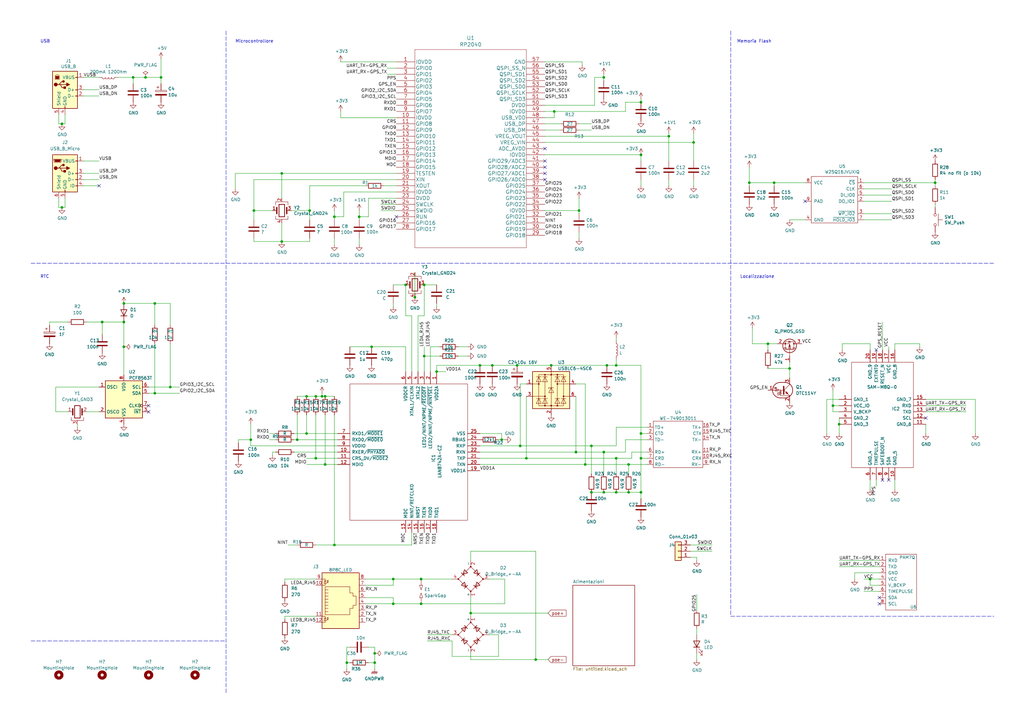
<source format=kicad_sch>
(kicad_sch (version 20211123) (generator eeschema)
  (paper "A3")
  (junction (at 41.91 132.08))
  (junction (at 317.5 74.93))
  (junction (at 63.5 124.46))
  (junction (at 25.4 50.8))
  (junction (at 102.87 180.34))
  (junction (at 66.04 31.75))
  (junction (at 219.71 270.51))
  (junction (at 307.34 74.93))
  (junction (at 115.57 71.12))
  (junction (at 166.37 116.84))
  (junction (at 172.72 247.65))
  (junction (at 137.16 223.52))
  (junction (at 153.67 271.78))
  (junction (at 133.35 190.5))
  (junction (at 262.89 63.5))
  (junction (at 170.18 121.92))
  (junction (at 54.61 31.75))
  (junction (at 129.54 187.96))
  (junction (at 212.09 149.86))
  (junction (at 129.54 162.56))
  (junction (at 215.9 187.96))
  (junction (at 115.57 99.06))
  (junction (at 237.49 86.36))
  (junction (at 196.85 149.86))
  (junction (at 213.36 182.88))
  (junction (at 127 86.36))
  (junction (at 161.29 247.65))
  (junction (at 252.73 187.96))
  (junction (at 242.57 182.88))
  (junction (at 227.33 45.72))
  (junction (at 50.8 124.46))
  (junction (at 173.99 116.84))
  (junction (at 179.07 152.4))
  (junction (at 161.29 237.49))
  (junction (at 252.73 149.86))
  (junction (at 257.81 190.5))
  (junction (at 262.89 41.91))
  (junction (at 323.85 151.13))
  (junction (at 344.17 173.99))
  (junction (at 59.69 31.75))
  (junction (at 50.8 142.24))
  (junction (at 125.73 177.8))
  (junction (at 274.32 55.88))
  (junction (at 201.93 149.86))
  (junction (at 69.85 158.75))
  (junction (at 314.96 140.97))
  (junction (at 247.65 185.42))
  (junction (at 50.8 132.08))
  (junction (at 63.5 161.29))
  (junction (at 125.73 162.56))
  (junction (at 133.35 162.56))
  (junction (at 132.08 162.56))
  (junction (at 153.67 267.97))
  (junction (at 356.87 237.49))
  (junction (at 142.24 271.78))
  (junction (at 341.63 166.37))
  (junction (at 25.4 85.09))
  (junction (at 137.16 88.9))
  (junction (at 121.92 180.34))
  (junction (at 383.54 74.93))
  (junction (at 236.22 185.42))
  (junction (at 226.06 149.86))
  (junction (at 252.73 201.93))
  (junction (at 242.57 201.93))
  (junction (at 257.81 201.93))
  (junction (at 248.92 149.86))
  (junction (at 262.89 187.96))
  (junction (at 173.99 146.05))
  (junction (at 247.65 31.75))
  (junction (at 152.4 142.24))
  (junction (at 205.74 180.34))
  (junction (at 284.48 58.42))
  (junction (at 240.03 190.5))
  (junction (at 147.32 88.9))
  (junction (at 262.89 201.93))
  (junction (at 262.89 177.8))
  (junction (at 172.72 237.49))
  (junction (at 104.14 86.36))
  (junction (at 247.65 201.93))
  (junction (at 193.04 251.46))
  (no_connect (at 223.52 66.04))
  (no_connect (at 223.52 60.96))
  (no_connect (at 40.64 76.2))
  (no_connect (at 330.2 82.55))
  (no_connect (at 359.41 143.51))
  (no_connect (at 361.95 196.85))
  (no_connect (at 364.49 196.85))
  (no_connect (at 379.73 171.45))
  (no_connect (at 162.56 88.9))
  (no_connect (at 223.52 68.58))
  (no_connect (at 223.52 71.12))
  (no_connect (at 223.52 73.66))
  (no_connect (at 360.68 245.11))
  (no_connect (at 360.68 247.65))
  (no_connect (at 60.96 166.37))
  (no_connect (at 60.96 168.91))
  (wire (pts (xy 116.84 238.76) (xy 116.84 237.49)))
  (wire (pts (xy 139.7 45.72) (xy 139.7 48.26)))
  (polyline (pts (xy 12.7 107.95) (xy 407.67 107.95)))
  (wire (pts (xy 252.73 138.43) (xy 252.73 139.7)))
  (wire (pts (xy 262.89 201.93) (xy 262.89 204.47)))
  (wire (pts (xy 257.81 201.93) (xy 262.89 201.93)))
  (wire (pts (xy 344.17 171.45) (xy 344.17 173.99)))
  (wire (pts (xy 344.17 168.91) (xy 341.63 168.91)))
  (wire (pts (xy 367.03 143.51) (xy 367.03 140.97)))
  (wire (pts (xy 196.85 190.5) (xy 240.03 190.5)))
  (wire (pts (xy 140.97 88.9) (xy 137.16 88.9)))
  (wire (pts (xy 193.04 226.06) (xy 219.71 226.06)))
  (wire (pts (xy 257.81 190.5) (xy 257.81 194.31)))
  (wire (pts (xy 127 76.2) (xy 127 86.36)))
  (wire (pts (xy 223.52 25.4) (xy 238.76 25.4)))
  (wire (pts (xy 356.87 240.03) (xy 356.87 237.49)))
  (wire (pts (xy 256.54 41.91) (xy 256.54 45.72)))
  (wire (pts (xy 161.29 247.65) (xy 161.29 245.11)))
  (wire (pts (xy 252.73 201.93) (xy 257.81 201.93)))
  (wire (pts (xy 236.22 157.48) (xy 240.03 157.48)))
  (wire (pts (xy 330.2 74.93) (xy 317.5 74.93)))
  (wire (pts (xy 240.03 157.48) (xy 240.03 190.5)))
  (wire (pts (xy 354.33 237.49) (xy 356.87 237.49)))
  (wire (pts (xy 54.61 31.75) (xy 59.69 31.75)))
  (wire (pts (xy 162.56 71.12) (xy 115.57 71.12)))
  (wire (pts (xy 34.29 76.2) (xy 40.64 76.2)))
  (wire (pts (xy 104.14 86.36) (xy 111.76 86.36)))
  (wire (pts (xy 247.65 185.42) (xy 256.54 185.42)))
  (wire (pts (xy 34.29 31.75) (xy 40.64 31.75)))
  (wire (pts (xy 24.13 81.28) (xy 24.13 85.09)))
  (wire (pts (xy 354.33 90.17) (xy 365.76 90.17)))
  (wire (pts (xy 162.56 30.48) (xy 158.75 30.48)))
  (wire (pts (xy 20.32 132.08) (xy 20.32 133.35)))
  (wire (pts (xy 120.65 185.42) (xy 138.43 185.42)))
  (wire (pts (xy 166.37 116.84) (xy 161.29 116.84)))
  (wire (pts (xy 330.2 90.17) (xy 323.85 90.17)))
  (wire (pts (xy 133.35 170.18) (xy 133.35 190.5)))
  (wire (pts (xy 200.66 237.49) (xy 207.01 237.49)))
  (wire (pts (xy 262.89 41.91) (xy 262.89 40.64)))
  (wire (pts (xy 223.52 53.34) (xy 229.87 53.34)))
  (wire (pts (xy 223.52 55.88) (xy 274.32 55.88)))
  (wire (pts (xy 127 86.36) (xy 127 90.17)))
  (wire (pts (xy 247.65 185.42) (xy 247.65 194.31)))
  (wire (pts (xy 317.5 74.93) (xy 307.34 74.93)))
  (wire (pts (xy 96.52 71.12) (xy 96.52 77.47)))
  (wire (pts (xy 59.69 31.75) (xy 66.04 31.75)))
  (wire (pts (xy 193.04 229.87) (xy 193.04 226.06)))
  (wire (pts (xy 121.92 162.56) (xy 125.73 162.56)))
  (wire (pts (xy 132.08 162.56) (xy 133.35 162.56)))
  (wire (pts (xy 41.91 132.08) (xy 50.8 132.08)))
  (wire (pts (xy 237.49 97.79) (xy 237.49 95.25)))
  (wire (pts (xy 307.34 68.58) (xy 307.34 74.93)))
  (wire (pts (xy 40.64 39.37) (xy 34.29 39.37)))
  (wire (pts (xy 360.68 242.57) (xy 354.33 242.57)))
  (wire (pts (xy 284.48 76.2) (xy 284.48 73.66)))
  (wire (pts (xy 193.04 267.97) (xy 193.04 270.51)))
  (wire (pts (xy 314.96 151.13) (xy 323.85 151.13)))
  (wire (pts (xy 205.74 180.34) (xy 207.01 180.34)))
  (wire (pts (xy 137.16 88.9) (xy 137.16 90.17)))
  (wire (pts (xy 400.05 163.83) (xy 400.05 177.8)))
  (wire (pts (xy 151.13 271.78) (xy 153.67 271.78)))
  (wire (pts (xy 129.54 162.56) (xy 132.08 162.56)))
  (wire (pts (xy 34.29 66.04) (xy 40.64 66.04)))
  (wire (pts (xy 173.99 116.84) (xy 179.07 116.84)))
  (wire (pts (xy 383.54 73.66) (xy 383.54 74.93)))
  (wire (pts (xy 119.38 86.36) (xy 127 86.36)))
  (wire (pts (xy 125.73 187.96) (xy 129.54 187.96)))
  (wire (pts (xy 274.32 54.61) (xy 274.32 55.88)))
  (wire (pts (xy 161.29 125.73) (xy 161.29 124.46)))
  (wire (pts (xy 31.75 175.26) (xy 31.75 173.99)))
  (wire (pts (xy 360.68 232.41) (xy 344.17 232.41)))
  (wire (pts (xy 367.03 140.97) (xy 377.19 140.97)))
  (wire (pts (xy 140.97 78.74) (xy 162.56 78.74)))
  (wire (pts (xy 151.13 265.43) (xy 153.67 265.43)))
  (wire (pts (xy 66.04 31.75) (xy 66.04 34.29)))
  (wire (pts (xy 193.04 251.46) (xy 224.79 251.46)))
  (wire (pts (xy 168.91 152.4) (xy 168.91 129.54)))
  (wire (pts (xy 175.26 262.89) (xy 185.42 262.89)))
  (wire (pts (xy 142.24 271.78) (xy 142.24 274.32)))
  (wire (pts (xy 173.99 142.24) (xy 173.99 146.05)))
  (wire (pts (xy 179.07 125.73) (xy 179.07 124.46)))
  (wire (pts (xy 383.54 83.82) (xy 383.54 85.09)))
  (wire (pts (xy 360.68 234.95) (xy 350.52 234.95)))
  (wire (pts (xy 339.09 163.83) (xy 339.09 177.8)))
  (wire (pts (xy 196.85 182.88) (xy 213.36 182.88)))
  (wire (pts (xy 137.16 223.52) (xy 168.91 223.52)))
  (wire (pts (xy 149.86 240.03) (xy 161.29 240.03)))
  (wire (pts (xy 121.92 170.18) (xy 121.92 180.34)))
  (wire (pts (xy 379.73 173.99) (xy 379.73 177.8)))
  (wire (pts (xy 142.24 265.43) (xy 142.24 271.78)))
  (wire (pts (xy 285.75 270.51) (xy 285.75 267.97)))
  (wire (pts (xy 226.06 149.86) (xy 248.92 149.86)))
  (wire (pts (xy 256.54 185.42) (xy 256.54 180.34)))
  (wire (pts (xy 257.81 190.5) (xy 265.43 190.5)))
  (wire (pts (xy 104.14 86.36) (xy 104.14 90.17)))
  (wire (pts (xy 215.9 187.96) (xy 252.73 187.96)))
  (wire (pts (xy 172.72 247.65) (xy 207.01 247.65)))
  (wire (pts (xy 238.76 25.4) (xy 238.76 26.67)))
  (wire (pts (xy 22.86 168.91) (xy 27.94 168.91)))
  (wire (pts (xy 354.33 80.01) (xy 365.76 80.01)))
  (polyline (pts (xy 92.71 12.7) (xy 92.71 284.48)))
  (wire (pts (xy 129.54 223.52) (xy 137.16 223.52)))
  (wire (pts (xy 157.48 76.2) (xy 162.56 76.2)))
  (wire (pts (xy 151.13 81.28) (xy 162.56 81.28)))
  (wire (pts (xy 151.13 81.28) (xy 151.13 88.9)))
  (wire (pts (xy 168.91 223.52) (xy 168.91 218.44)))
  (wire (pts (xy 354.33 82.55) (xy 365.76 82.55)))
  (wire (pts (xy 285.75 229.87) (xy 285.75 228.6)))
  (wire (pts (xy 63.5 124.46) (xy 63.5 133.35)))
  (wire (pts (xy 262.89 149.86) (xy 252.73 149.86)))
  (wire (pts (xy 35.56 168.91) (xy 40.64 168.91)))
  (wire (pts (xy 360.68 229.87) (xy 344.17 229.87)))
  (wire (pts (xy 171.45 129.54) (xy 171.45 152.4)))
  (wire (pts (xy 240.03 190.5) (xy 257.81 190.5)))
  (wire (pts (xy 161.29 245.11) (xy 149.86 245.11)))
  (wire (pts (xy 147.32 97.79) (xy 147.32 100.33)))
  (wire (pts (xy 196.85 185.42) (xy 236.22 185.42)))
  (polyline (pts (xy 299.72 252.73) (xy 407.67 252.73)))
  (wire (pts (xy 173.99 146.05) (xy 180.34 146.05)))
  (wire (pts (xy 262.89 63.5) (xy 262.89 66.04)))
  (wire (pts (xy 115.57 71.12) (xy 115.57 81.28)))
  (wire (pts (xy 247.65 31.75) (xy 247.65 30.48)))
  (wire (pts (xy 26.67 85.09) (xy 25.4 85.09)))
  (wire (pts (xy 171.45 129.54) (xy 173.99 129.54)))
  (wire (pts (xy 172.72 237.49) (xy 185.42 237.49)))
  (wire (pts (xy 356.87 196.85) (xy 356.87 200.66)))
  (wire (pts (xy 367.03 196.85) (xy 367.03 200.66)))
  (wire (pts (xy 227.33 45.72) (xy 256.54 45.72)))
  (wire (pts (xy 132.08 162.56) (xy 132.08 161.29)))
  (wire (pts (xy 161.29 237.49) (xy 172.72 237.49)))
  (wire (pts (xy 307.34 74.93) (xy 307.34 76.2)))
  (wire (pts (xy 127 76.2) (xy 149.86 76.2)))
  (wire (pts (xy 262.89 177.8) (xy 265.43 177.8)))
  (wire (pts (xy 262.89 76.2) (xy 262.89 73.66)))
  (wire (pts (xy 247.65 33.02) (xy 247.65 31.75)))
  (wire (pts (xy 243.84 43.18) (xy 243.84 31.75)))
  (wire (pts (xy 69.85 140.97) (xy 69.85 158.75)))
  (wire (pts (xy 215.9 162.56) (xy 215.9 187.96)))
  (wire (pts (xy 34.29 71.12) (xy 40.64 71.12)))
  (wire (pts (xy 377.19 140.97) (xy 377.19 142.24)))
  (wire (pts (xy 153.67 267.97) (xy 153.67 271.78)))
  (wire (pts (xy 354.33 87.63) (xy 365.76 87.63)))
  (wire (pts (xy 196.85 177.8) (xy 205.74 177.8)))
  (wire (pts (xy 153.67 271.78) (xy 153.67 274.32)))
  (wire (pts (xy 236.22 185.42) (xy 247.65 185.42)))
  (wire (pts (xy 22.86 158.75) (xy 22.86 168.91)))
  (wire (pts (xy 259.08 187.96) (xy 259.08 185.42)))
  (wire (pts (xy 168.91 129.54) (xy 166.37 129.54)))
  (wire (pts (xy 173.99 146.05) (xy 173.99 152.4)))
  (wire (pts (xy 113.03 185.42) (xy 111.76 185.42)))
  (wire (pts (xy 383.54 74.93) (xy 383.54 76.2)))
  (wire (pts (xy 162.56 86.36) (xy 156.21 86.36)))
  (wire (pts (xy 24.13 50.8) (xy 25.4 50.8)))
  (wire (pts (xy 360.68 240.03) (xy 356.87 240.03)))
  (wire (pts (xy 227.33 45.72) (xy 227.33 48.26)))
  (wire (pts (xy 137.16 97.79) (xy 137.16 100.33)))
  (wire (pts (xy 133.35 162.56) (xy 137.16 162.56)))
  (wire (pts (xy 162.56 48.26) (xy 139.7 48.26)))
  (wire (pts (xy 69.85 158.75) (xy 73.66 158.75)))
  (wire (pts (xy 104.14 97.79) (xy 104.14 99.06)))
  (wire (pts (xy 252.73 175.26) (xy 252.73 182.88)))
  (wire (pts (xy 285.75 228.6) (xy 283.21 228.6)))
  (wire (pts (xy 25.4 50.8) (xy 26.67 50.8)))
  (wire (pts (xy 110.49 177.8) (xy 113.03 177.8)))
  (wire (pts (xy 187.96 142.24) (xy 191.77 142.24)))
  (wire (pts (xy 149.86 247.65) (xy 161.29 247.65)))
  (wire (pts (xy 125.73 190.5) (xy 133.35 190.5)))
  (wire (pts (xy 213.36 182.88) (xy 242.57 182.88)))
  (wire (pts (xy 102.87 180.34) (xy 97.79 180.34)))
  (wire (pts (xy 350.52 234.95) (xy 350.52 237.49)))
  (wire (pts (xy 262.89 187.96) (xy 262.89 201.93)))
  (wire (pts (xy 212.09 149.86) (xy 226.06 149.86)))
  (wire (pts (xy 223.52 43.18) (xy 243.84 43.18)))
  (wire (pts (xy 125.73 170.18) (xy 125.73 177.8)))
  (wire (pts (xy 40.64 36.83) (xy 34.29 36.83)))
  (wire (pts (xy 285.75 257.81) (xy 285.75 260.35)))
  (wire (pts (xy 204.47 269.24) (xy 185.42 269.24)))
  (wire (pts (xy 252.73 187.96) (xy 259.08 187.96)))
  (wire (pts (xy 50.8 142.24) (xy 50.8 153.67)))
  (wire (pts (xy 152.4 142.24) (xy 143.51 142.24)))
  (wire (pts (xy 344.17 166.37) (xy 341.63 166.37)))
  (wire (pts (xy 274.32 73.66) (xy 274.32 76.2)))
  (wire (pts (xy 242.57 182.88) (xy 252.73 182.88)))
  (wire (pts (xy 356.87 140.97) (xy 345.44 140.97)))
  (wire (pts (xy 237.49 87.63) (xy 237.49 86.36)))
  (wire (pts (xy 196.85 187.96) (xy 215.9 187.96)))
  (wire (pts (xy 242.57 53.34) (xy 237.49 53.34)))
  (wire (pts (xy 111.76 185.42) (xy 111.76 186.69)))
  (wire (pts (xy 166.37 152.4) (xy 166.37 142.24)))
  (wire (pts (xy 361.95 132.08) (xy 361.95 143.51)))
  (wire (pts (xy 102.87 182.88) (xy 102.87 180.34)))
  (wire (pts (xy 125.73 177.8) (xy 138.43 177.8)))
  (wire (pts (xy 60.96 161.29) (xy 63.5 161.29)))
  (wire (pts (xy 204.47 260.35) (xy 204.47 269.24)))
  (wire (pts (xy 242.57 201.93) (xy 247.65 201.93)))
  (wire (pts (xy 364.49 142.24) (xy 364.49 143.51)))
  (wire (pts (xy 223.52 48.26) (xy 227.33 48.26)))
  (wire (pts (xy 104.14 86.36) (xy 104.14 73.66)))
  (wire (pts (xy 193.04 245.11) (xy 193.04 251.46)))
  (wire (pts (xy 356.87 237.49) (xy 360.68 237.49)))
  (wire (pts (xy 152.4 142.24) (xy 166.37 142.24)))
  (wire (pts (xy 104.14 73.66) (xy 162.56 73.66)))
  (wire (pts (xy 284.48 54.61) (xy 284.48 58.42)))
  (wire (pts (xy 308.61 140.97) (xy 314.96 140.97)))
  (wire (pts (xy 227.33 45.72) (xy 223.52 45.72)))
  (wire (pts (xy 354.33 77.47) (xy 365.76 77.47)))
  (wire (pts (xy 166.37 116.84) (xy 166.37 129.54)))
  (wire (pts (xy 213.36 157.48) (xy 213.36 182.88)))
  (wire (pts (xy 354.33 74.93) (xy 383.54 74.93)))
  (wire (pts (xy 308.61 134.62) (xy 308.61 140.97)))
  (wire (pts (xy 204.47 180.34) (xy 205.74 180.34)))
  (wire (pts (xy 219.71 226.06) (xy 219.71 270.51)))
  (wire (pts (xy 219.71 270.51) (xy 224.79 270.51)))
  (wire (pts (xy 256.54 41.91) (xy 262.89 41.91)))
  (wire (pts (xy 344.17 173.99) (xy 344.17 177.8)))
  (wire (pts (xy 243.84 31.75) (xy 247.65 31.75)))
  (wire (pts (xy 179.07 152.4) (xy 182.88 152.4)))
  (wire (pts (xy 116.84 237.49) (xy 129.54 237.49)))
  (wire (pts (xy 161.29 247.65) (xy 172.72 247.65)))
  (wire (pts (xy 142.24 271.78) (xy 143.51 271.78)))
  (wire (pts (xy 147.32 86.36) (xy 147.32 88.9)))
  (wire (pts (xy 200.66 260.35) (xy 204.47 260.35)))
  (wire (pts (xy 193.04 251.46) (xy 193.04 252.73)))
  (wire (pts (xy 193.04 270.51) (xy 219.71 270.51)))
  (wire (pts (xy 317.5 74.93) (xy 317.5 76.2)))
  (wire (pts (xy 341.63 166.37) (xy 341.63 160.02)))
  (wire (pts (xy 66.04 31.75) (xy 66.04 24.13)))
  (wire (pts (xy 153.67 265.43) (xy 153.67 267.97)))
  (wire (pts (xy 339.09 163.83) (xy 344.17 163.83)))
  (wire (pts (xy 24.13 85.09) (xy 25.4 85.09)))
  (wire (pts (xy 149.86 237.49) (xy 161.29 237.49)))
  (wire (pts (xy 379.73 163.83) (xy 400.05 163.83)))
  (wire (pts (xy 170.18 111.76) (xy 170.18 121.92)))
  (wire (pts (xy 127 99.06) (xy 127 97.79)))
  (wire (pts (xy 50.8 132.08) (xy 50.8 142.24)))
  (wire (pts (xy 201.93 149.86) (xy 212.09 149.86)))
  (wire (pts (xy 341.63 168.91) (xy 341.63 166.37)))
  (wire (pts (xy 129.54 170.18) (xy 129.54 187.96)))
  (wire (pts (xy 283.21 223.52) (xy 292.1 223.52)))
  (wire (pts (xy 115.57 91.44) (xy 115.57 99.06)))
  (wire (pts (xy 283.21 226.06) (xy 292.1 226.06)))
  (wire (pts (xy 139.7 25.4) (xy 162.56 25.4)))
  (wire (pts (xy 120.65 180.34) (xy 121.92 180.34)))
  (wire (pts (xy 359.41 199.39) (xy 359.41 196.85)))
  (wire (pts (xy 110.49 180.34) (xy 113.03 180.34)))
  (wire (pts (xy 345.44 140.97) (xy 345.44 143.51)))
  (wire (pts (xy 176.53 142.24) (xy 180.34 142.24)))
  (wire (pts (xy 179.07 152.4) (xy 179.07 149.86)))
  (wire (pts (xy 20.32 132.08) (xy 27.94 132.08)))
  (wire (pts (xy 223.52 58.42) (xy 284.48 58.42)))
  (wire (pts (xy 40.64 73.66) (xy 34.29 73.66)))
  (wire (pts (xy 185.42 269.24) (xy 185.42 262.89)))
  (wire (pts (xy 314.96 140.97) (xy 318.77 140.97)))
  (wire (pts (xy 118.11 223.52) (xy 121.92 223.52)))
  (wire (pts (xy 97.79 180.34) (xy 97.79 181.61)))
  (wire (pts (xy 115.57 99.06) (xy 127 99.06)))
  (wire (pts (xy 48.26 31.75) (xy 54.61 31.75)))
  (wire (pts (xy 205.74 180.34) (xy 205.74 177.8)))
  (wire (pts (xy 323.85 148.59) (xy 323.85 151.13)))
  (wire (pts (xy 176.53 142.24) (xy 176.53 152.4)))
  (wire (pts (xy 256.54 180.34) (xy 265.43 180.34)))
  (wire (pts (xy 161.29 240.03) (xy 161.29 237.49)))
  (wire (pts (xy 147.32 88.9) (xy 151.13 88.9)))
  (wire (pts (xy 237.49 50.8) (xy 242.57 50.8)))
  (wire (pts (xy 323.85 151.13) (xy 323.85 154.94)))
  (polyline (pts (xy 299.72 12.7) (xy 299.72 252.73)))
  (wire (pts (xy 379.73 166.37) (xy 396.24 166.37)))
  (wire (pts (xy 248.92 149.86) (xy 252.73 149.86)))
  (wire (pts (xy 121.92 180.34) (xy 138.43 180.34)))
  (wire (pts (xy 116.84 252.73) (xy 129.54 252.73)))
  (wire (pts (xy 54.61 31.75) (xy 54.61 34.29)))
  (wire (pts (xy 207.01 237.49) (xy 207.01 247.65)))
  (wire (pts (xy 262.89 177.8) (xy 262.89 149.86)))
  (wire (pts (xy 138.43 182.88) (xy 102.87 182.88)))
  (polyline (pts (xy 12.7 262.89) (xy 92.71 262.89)))
  (wire (pts (xy 162.56 27.94) (xy 158.75 27.94)))
  (wire (pts (xy 41.91 132.08) (xy 41.91 137.16)))
  (wire (pts (xy 236.22 162.56) (xy 236.22 185.42)))
  (wire (pts (xy 179.07 149.86) (xy 196.85 149.86)))
  (wire (pts (xy 26.67 50.8) (xy 26.67 46.99)))
  (wire (pts (xy 69.85 124.46) (xy 63.5 124.46)))
  (wire (pts (xy 223.52 63.5) (xy 262.89 63.5)))
  (wire (pts (xy 252.73 187.96) (xy 252.73 194.31)))
  (wire (pts (xy 26.67 81.28) (xy 26.67 85.09)))
  (wire (pts (xy 215.9 157.48) (xy 213.36 157.48)))
  (wire (pts (xy 173.99 116.84) (xy 173.99 129.54)))
  (wire (pts (xy 137.16 170.18) (xy 137.16 223.52)))
  (wire (pts (xy 262.89 187.96) (xy 265.43 187.96)))
  (wire (pts (xy 102.87 180.34) (xy 102.87 173.99)))
  (wire (pts (xy 265.43 175.26) (xy 252.73 175.26)))
  (wire (pts (xy 274.32 66.04) (xy 274.32 55.88)))
  (wire (pts (xy 129.54 187.96) (xy 138.43 187.96)))
  (wire (pts (xy 356.87 143.51) (xy 356.87 140.97)))
  (wire (pts (xy 120.65 177.8) (xy 125.73 177.8)))
  (wire (pts (xy 137.16 86.36) (xy 137.16 88.9)))
  (wire (pts (xy 223.52 86.36) (xy 237.49 86.36)))
  (wire (pts (xy 259.08 185.42) (xy 265.43 185.42)))
  (wire (pts (xy 147.32 88.9) (xy 147.32 90.17)))
  (wire (pts (xy 35.56 132.08) (xy 41.91 132.08)))
  (wire (pts (xy 162.56 83.82) (xy 156.21 83.82)))
  (wire (pts (xy 237.49 86.36) (xy 237.49 81.28)))
  (wire (pts (xy 285.75 250.19) (xy 285.75 243.84)))
  (wire (pts (xy 60.96 158.75) (xy 69.85 158.75)))
  (wire (pts (xy 63.5 140.97) (xy 63.5 161.29)))
  (wire (pts (xy 24.13 46.99) (xy 24.13 50.8)))
  (wire (pts (xy 187.96 146.05) (xy 191.77 146.05)))
  (wire (pts (xy 247.65 201.93) (xy 252.73 201.93)))
  (wire (pts (xy 175.26 260.35) (xy 185.42 260.35)))
  (wire (pts (xy 262.89 177.8) (xy 262.89 187.96)))
  (wire (pts (xy 314.96 140.97) (xy 314.96 143.51)))
  (wire (pts (xy 125.73 162.56) (xy 129.54 162.56)))
  (wire (pts (xy 140.97 78.74) (xy 140.97 88.9)))
  (wire (pts (xy 242.57 182.88) (xy 242.57 194.31)))
  (wire (pts (xy 50.8 124.46) (xy 63.5 124.46)))
  (wire (pts (xy 115.57 71.12) (xy 96.52 71.12)))
  (wire (pts (xy 143.51 265.43) (xy 142.24 265.43)))
  (wire (pts (xy 284.48 58.42) (xy 284.48 66.04)))
  (wire (pts (xy 69.85 133.35) (xy 69.85 124.46)))
  (wire (pts (xy 252.73 147.32) (xy 252.73 149.86)))
  (wire (pts (xy 196.85 149.86) (xy 201.93 149.86)))
  (wire (pts (xy 116.84 254) (xy 116.84 252.73)))
  (wire (pts (xy 229.87 50.8) (xy 223.52 50.8)))
  (wire (pts (xy 63.5 161.29) (xy 73.66 161.29)))
  (wire (pts (xy 133.35 190.5) (xy 138.43 190.5)))
  (wire (pts (xy 104.14 99.06) (xy 115.57 99.06)))
  (wire (pts (xy 379.73 168.91) (xy 396.24 168.91)))
  (wire (pts (xy 40.64 158.75) (xy 22.86 158.75)))
  (text "Memoria Flash" (at 302.26 17.78 0) (effects (font (size 1.27 1.27)) (justify left bottom)))
  (text "USB" (at 16.51 17.78 0) (effects (font (size 1.27 1.27)) (justify left bottom)))
  (text "RTC" (at 16.51 114.3 0) (effects (font (size 1.27 1.27)) (justify left bottom)))
  (text "Localizzazione" (at 303.53 114.3 0) (effects (font (size 1.27 1.27)) (justify left bottom)))
  (text "Microcontrollore\n" (at 96.52 17.78 0) (effects (font (size 1.27 1.27)) (justify left bottom)))
  (label "RJ45_TXC" (at 290.83 177.8 0))
  (label "RXDO" (at 162.56 43.18 180))
  (label "NRST" (at 171.45 218.44 270))
  (label "SWDIO" (at 292.1 223.52 180))
  (label "MDIO" (at 162.56 66.04 180))
  (label "GPIO25" (at 285.75 243.84 270))
  (label "GPIO9" (at 162.56 53.34 180))
  (label "NINT" (at 223.52 91.44 0))
  (label "GPIO13" (at 162.56 63.5 180))
  (label "LEDB_RJ45" (at 129.54 255.27 180))
  (label "MDIO" (at 125.73 190.5 180))
  (label "UART_TX-GPS_RX" (at 344.17 229.87 0))
  (label "PPS" (at 359.41 199.39 270))
  (label "TX_N" (at 290.83 180.34 0))
  (label "CRS" (at 125.73 187.96 180))
  (label "TXD1" (at 179.07 218.44 270))
  (label "USB_DN" (at 40.64 73.66 0))
  (label "RJ45_RXC" (at 290.83 187.96 0))
  (label "QSPI_SD0" (at 365.76 80.01 0))
  (label "RJ45_RXC" (at 175.26 262.89 0))
  (label "VCC" (at 364.49 142.24 90))
  (label "QSPI_SD1" (at 223.52 30.48 0))
  (label "LEDA_RJ45" (at 129.54 240.03 180))
  (label "QSPI_SCLK" (at 365.76 77.47 0))
  (label "GPIO18" (at 223.52 96.52 0))
  (label "GPS_RESET" (at 361.95 132.08 270))
  (label "VUSB" (at 34.29 31.75 0))
  (label "RXD1" (at 162.56 45.72 180))
  (label "RXD1" (at 110.49 177.8 180))
  (label "RX_N" (at 290.83 190.5 0))
  (label "SWCLK" (at 156.21 83.82 0))
  (label "VUSB" (at 40.64 66.04 0))
  (label "GPIO24" (at 223.52 78.74 0))
  (label "RX_P" (at 290.83 185.42 0))
  (label "USB_DP" (at 242.57 50.8 0))
  (label "UART_RX-GPS_TX" (at 396.24 168.91 180))
  (label "RX_P" (at 149.86 250.19 0))
  (label "GPIO2_I2C_SDA" (at 73.66 161.29 0))
  (label "TX_P" (at 149.86 255.27 0))
  (label "QSPI_SD1" (at 365.76 82.55 0))
  (label "GPIO3_I2C_SCL" (at 162.56 40.64 180))
  (label "SWCLK" (at 292.1 226.06 180))
  (label "QSPI_SD3" (at 365.76 90.17 0))
  (label "RXDO" (at 110.49 180.34 180))
  (label "USB_DP" (at 40.64 71.12 0))
  (label "GPIO16" (at 162.56 91.44 180))
  (label "USB_DP" (at 40.64 36.83 0))
  (label "VCC" (at 354.33 237.49 0))
  (label "UART_RX-GPS_TX" (at 158.75 30.48 180))
  (label "RJ45_TXC" (at 175.26 260.35 0))
  (label "SWDIO" (at 156.21 86.36 0))
  (label "PPS" (at 162.56 33.02 180))
  (label "QSPI_SS" (at 365.76 74.93 0))
  (label "GPIO2_I2C_SDA" (at 162.56 38.1 180))
  (label "GPIO21" (at 223.52 88.9 0))
  (label "TXD1" (at 162.56 58.42 180))
  (label "GPS_EN" (at 162.56 35.56 180))
  (label "QSPI_SD2" (at 365.76 87.63 0))
  (label "GPIO17" (at 162.56 93.98 180))
  (label "QSPI_SD0" (at 223.52 35.56 0))
  (label "QSPI_SD2" (at 223.52 33.02 0))
  (label "MDC" (at 162.56 68.58 180))
  (label "VCC" (at 328.93 140.97 0))
  (label "GPIO23" (at 223.52 81.28 0))
  (label "GPIO22" (at 223.52 83.82 0))
  (label "MDC" (at 166.37 218.44 270))
  (label "VDD1A" (at 182.88 152.4 0))
  (label "TX_P" (at 290.83 175.26 0))
  (label "TX_N" (at 149.86 252.73 0))
  (label "GPIO25" (at 223.52 76.2 0))
  (label "QSPI_SCLK" (at 223.52 38.1 0))
  (label "TXEN" (at 162.56 60.96 180))
  (label "VDD1A" (at 196.85 193.04 0))
  (label "NINT" (at 118.11 223.52 180))
  (label "TXD0" (at 162.56 55.88 180))
  (label "UART_RX-GPS_TX" (at 344.17 232.41 0))
  (label "QSPI_SD3" (at 223.52 40.64 0))
  (label "LEDB_RJ45" (at 176.53 142.24 90))
  (label "CRS" (at 162.56 50.8 180))
  (label "GPS_EN" (at 314.96 160.02 180))
  (label "RX_N" (at 149.86 242.57 0))
  (label "TXD0" (at 176.53 218.44 270))
  (label "GPIO19" (at 223.52 93.98 0))
  (label "LEDA_RJ45" (at 173.99 142.24 90))
  (label "USB_DN" (at 40.64 39.37 0))
  (label "QSPI_SS" (at 223.52 27.94 0))
  (label "USB_DN" (at 242.57 53.34 0))
  (label "GPIO3_I2C_SCL" (at 73.66 158.75 0))
  (label "PPS" (at 354.33 242.57 0))
  (label "TXEN" (at 173.99 218.44 270))
  (label "UART_TX-GPS_RX" (at 158.75 27.94 180))
  (label "UART_TX-GPS_RX" (at 396.24 166.37 180))
  (global_label "poe+" (shape input) (at 224.79 251.46 0) (property "Intersheet References" "${INTERSHEET_REFS}" (effects hide)))
  (global_label "poe-" (shape input) (at 224.79 270.51 0) (property "Intersheet References" "${INTERSHEET_REFS}" (effects hide)))
  (symbol (lib_id "RP2040:RP2040") (at 162.56 25.4 0) (unit 1)
    (property "Reference" "U1" (at 193.04 15.5702 0) (effects (font (size 1.524 1.524))))
    (property "Value" "RP2040" (at 193.04 18.2626 0) (effects (font (size 1.524 1.524))))
    (property "Footprint" "RP2040:RP2040" (effects hide))
  )
  (symbol (lib_id "power:GND") (at 96.52 77.47 0) (unit 1)
    (property "Reference" "#PWR0101" (effects hide))
    (property "Value" "GND" (at 96.647 81.8642 0))
  )
  (symbol (lib_id "Connector:USB_B") (at 26.67 36.83 0) (unit 1)
    (property "Reference" "J1" (at 28.1178 24.9682 0))
    (property "Value" "USB_B" (at 28.1178 27.2796 0))
    (property "Datasheet" " ~" (effects hide))
  )
  (symbol (lib_id "power:GND") (at 25.4 50.8 0) (unit 1)
    (property "Reference" "#PWR0107" (effects hide))
    (property "Value" "GND" (at 25.527 55.1942 0))
  )
  (symbol (lib_id "Device:L") (at 44.45 31.75 270) (unit 1)
    (property "Reference" "L1" (at 44.45 27.1526 90))
    (property "Value" "200mA 120Ohm" (at 44.45 29.464 90))
  )
  (symbol (lib_id "Device:C") (at 54.61 38.1 0) (unit 1)
    (property "Reference" "C3" (at 57.531 36.9316 0) (effects (justify left)))
    (property "Value" "100n" (at 57.531 39.243 0) (effects (justify left)))
  )
  (symbol (lib_id "power:+5V") (at 66.04 24.13 0) (unit 1)
    (property "Reference" "#PWR0108" (effects hide))
    (property "Value" "+5V" (at 66.421 19.7358 0))
  )
  (symbol (lib_id "power:GND") (at 54.61 41.91 0) (unit 1)
    (property "Reference" "#PWR0109" (effects hide))
    (property "Value" "GND" (at 54.737 46.3042 0))
  )
  (symbol (lib_id "power:GND") (at 66.04 41.91 0) (unit 1)
    (property "Reference" "#PWR0110" (effects hide))
    (property "Value" "GND" (at 66.167 46.3042 0))
  )
  (symbol (lib_id "Device:C") (at 104.14 93.98 0) (unit 1)
    (property "Reference" "C2" (at 107.061 92.8116 0) (effects (justify left)))
    (property "Value" "?" (at 107.061 95.123 0) (effects (justify left)))
  )
  (symbol (lib_id "Device:C") (at 127 93.98 0) (unit 1)
    (property "Reference" "C5" (at 129.921 92.8116 0) (effects (justify left)))
    (property "Value" "?" (at 129.921 95.123 0) (effects (justify left)))
  )
  (symbol (lib_id "power:GND") (at 115.57 99.06 0) (unit 1)
    (property "Reference" "#PWR0106" (effects hide))
    (property "Value" "GND" (at 115.697 103.4542 0))
  )
  (symbol (lib_id "Device:R") (at 153.67 76.2 270) (unit 1)
    (property "Reference" "R1" (at 149.86 74.93 90))
    (property "Value" "1k" (at 153.67 76.2 90))
  )
  (symbol (lib_id "power:GND") (at 25.4 85.09 0) (unit 1)
    (property "Reference" "#PWR0111" (effects hide))
    (property "Value" "GND" (at 25.527 89.4842 0))
  )
  (symbol (lib_id "SAM-M8Q-0:SAM-M8Q-0") (at 344.17 163.83 0) (unit 1)
    (property "Reference" "IC2" (at 365.76 167.64 0) (effects (justify left)))
    (property "Value" "SAM-M8Q-0" (at 355.6 158.75 0) (effects (justify left)))
    (property "Footprint" "SAMM8Q0" (effects hide))
    (property "Datasheet" "https://www.u-blox.com/sites/default/files/SAM-M8Q_DataSheet_%28UBX-16012619%29.pdf" (effects hide))
    (property "Description" "SAM-M8Q RF Receiver Galileo, GLONASS, GPS 1.575GHz, 1.602GHz -165dBm 400kbps" (effects hide))
    (property "Height" "6.8" (effects hide))
    (property "Manufacturer_Name" "U-Blox" (effects hide))
    (property "Manufacturer_Part_Number" "SAM-M8Q-0" (effects hide))
    (property "Mouser Part Number" "377-SAM-M8Q-0" (effects hide))
    (property "Mouser Price/Stock" "https://www.mouser.co.uk/ProductDetail/u-blox/SAM-M8Q-0?qs=CiayqK2gdcLaPdm%2FncwuKw%3D%3D" (effects hide))
  )
  (symbol (lib_id "Device:C") (at 317.5 80.01 0) (unit 1)
    (property "Reference" "C15" (at 320.421 78.8416 0) (effects (justify left)))
    (property "Value" "100n" (at 320.421 81.153 0) (effects (justify left)))
  )
  (symbol (lib_id "Device:C") (at 307.34 80.01 0) (unit 1)
    (property "Reference" "C18" (at 310.261 78.8416 0) (effects (justify left)))
    (property "Value" "2u2" (at 310.261 81.153 0) (effects (justify left)))
  )
  (symbol (lib_id "PSE_RP2040-rescue:W25Q16JVUXIQ-Flash_memory") (at 341.63 81.28 0) (unit 1)
    (property "Reference" "U5" (at 345.44 68.199 0))
    (property "Value" "W25Q16JVUXIQ" (at 345.44 70.5104 0))
  )
  (symbol (lib_id "power:+3.3V") (at 307.34 68.58 0) (unit 1)
    (property "Reference" "#PWR0142" (effects hide))
    (property "Value" "+3.3V" (at 307.721 64.1858 0))
  )
  (symbol (lib_id "power:GND") (at 307.34 83.82 0) (unit 1)
    (property "Reference" "#PWR0134" (effects hide))
    (property "Value" "GND" (at 307.467 88.2142 0))
  )
  (symbol (lib_id "power:GND") (at 317.5 83.82 0) (unit 1)
    (property "Reference" "#PWR0125" (effects hide))
    (property "Value" "GND" (at 317.627 88.2142 0))
  )
  (symbol (lib_id "power:GND") (at 323.85 90.17 0) (unit 1)
    (property "Reference" "#PWR0136" (effects hide))
    (property "Value" "GND" (at 323.977 94.5642 0))
  )
  (symbol (lib_id "Device:Crystal_GND24") (at 115.57 86.36 0) (unit 1)
    (property "Reference" "Y2" (at 120.4976 85.1916 0) (effects (justify left)))
    (property "Value" "Crystal_GND24" (at 120.4976 87.503 0) (effects (justify left)))
  )
  (symbol (lib_id "Device:R") (at 383.54 80.01 0) (unit 1)
    (property "Reference" "R11" (at 385.318 78.8416 0) (effects (justify left)))
    (property "Value" "1k" (at 385.318 81.153 0) (effects (justify left)))
  )
  (symbol (lib_id "Switch:SW_Push") (at 383.54 90.17 270) (unit 1)
    (property "Reference" "SW1" (at 387.2992 89.0016 90) (effects (justify left)))
    (property "Value" "SW_Push" (at 387.2992 91.313 90) (effects (justify left)))
  )
  (symbol (lib_id "power:GND") (at 383.54 95.25 0) (unit 1)
    (property "Reference" "#PWR0138" (effects hide))
    (property "Value" "GND" (at 383.667 99.6442 0))
  )
  (symbol (lib_id "power:+3.3V") (at 383.54 66.04 0) (unit 1)
    (property "Reference" "#PWR0137" (effects hide))
    (property "Value" "+3.3V" (at 383.921 61.6458 0))
  )
  (symbol (lib_id "Device:R") (at 383.54 69.85 0) (unit 1)
    (property "Reference" "R28" (at 385.318 68.6816 0) (effects (justify left)))
    (property "Value" "R4 no fit (o 10k)" (at 385.318 70.993 0) (effects (justify left)))
  )
  (symbol (lib_id "Connector_Generic:Conn_01x03") (at 278.13 226.06 180) (unit 1)
    (property "Reference" "J4" (at 275.59 223.52 0))
    (property "Value" "Conn_01x03" (at 280.2128 220.1164 0))
  )
  (symbol (lib_id "power:GND") (at 285.75 229.87 0) (unit 1)
    (property "Reference" "#PWR0148" (effects hide))
    (property "Value" "GND" (at 285.877 234.2642 0))
  )
  (symbol (lib_id "power:GND") (at 344.17 177.8 0) (unit 1)
    (property "Reference" "#PWR0154" (effects hide))
    (property "Value" "GND" (at 344.297 182.1942 0))
  )
  (symbol (lib_id "power:GND") (at 367.03 200.66 0) (unit 1)
    (property "Reference" "#PWR0153" (effects hide))
    (property "Value" "GND" (at 367.157 205.0542 0))
  )
  (symbol (lib_id "power:GND") (at 379.73 177.8 0) (unit 1)
    (property "Reference" "#PWR0149" (effects hide))
    (property "Value" "GND" (at 379.857 182.1942 0))
  )
  (symbol (lib_id "power:GND") (at 377.19 142.24 0) (unit 1)
    (property "Reference" "#PWR0158" (effects hide))
    (property "Value" "GND" (at 377.317 146.6342 0))
  )
  (symbol (lib_id "power:GND") (at 345.44 143.51 0) (unit 1)
    (property "Reference" "#PWR0157" (effects hide))
    (property "Value" "GND" (at 345.567 147.9042 0))
  )
  (symbol (lib_id "power:GND") (at 339.09 177.8 0) (unit 1)
    (property "Reference" "#PWR0155" (effects hide))
    (property "Value" "GND" (at 339.217 182.1942 0))
  )
  (symbol (lib_id "power:GND") (at 400.05 177.8 0) (unit 1)
    (property "Reference" "#PWR0150" (effects hide))
    (property "Value" "GND" (at 400.177 182.1942 0))
  )
  (symbol (lib_id "power:GND") (at 356.87 200.66 0) (unit 1)
    (property "Reference" "#PWR0152" (effects hide))
    (property "Value" "GND" (at 356.997 205.0542 0))
  )
  (symbol (lib_id "power:+3.3V") (at 341.63 160.02 0) (unit 1)
    (property "Reference" "#PWR0151" (effects hide))
    (property "Value" "+3.3V" (at 342.011 155.6258 0))
  )
  (symbol (lib_id "PSE_RP2040-rescue:PAM7Q-gpsChip") (at 367.03 234.95 270) (unit 1)
    (property "Reference" "U6" (at 374.65 248.92 90))
    (property "Value" "PAM7Q" (at 372.11 228.6 90))
  )
  (symbol (lib_id "power:GND") (at 350.52 237.49 0) (unit 1)
    (property "Reference" "#PWR0146" (effects hide))
    (property "Value" "GND" (at 350.647 241.8842 0))
  )
  (symbol (lib_id "power:GND") (at 238.76 26.67 0) (unit 1)
    (property "Reference" "#PWR0123" (effects hide))
    (property "Value" "GND" (at 238.887 31.0642 0))
  )
  (symbol (lib_id "power:+3.3V") (at 139.7 25.4 0) (unit 1)
    (property "Reference" "#PWR0121" (effects hide))
    (property "Value" "+3.3V" (at 140.081 21.0058 0))
  )
  (symbol (lib_id "power:+3.3V") (at 139.7 45.72 0) (unit 1)
    (property "Reference" "#PWR0174" (effects hide))
    (property "Value" "+3.3V" (at 140.081 41.3258 0))
  )
  (symbol (lib_name "+3.3V_1") (lib_id "power:+3.3V") (at 137.16 86.36 0) (unit 1)
    (property "Reference" "#PWR0163" (effects hide))
    (property "Value" "+3.3V" (at 137.541 81.9658 0))
  )
  (symbol (lib_name "+1V1_1") (lib_id "power:+1V1") (at 147.32 86.36 0) (unit 1)
    (property "Reference" "#PWR0173" (effects hide))
    (property "Value" "+1V1" (at 147.701 81.9658 0))
  )
  (symbol (lib_id "Device:C") (at 137.16 93.98 0) (unit 1)
    (property "Reference" "C8" (at 140.081 92.8116 0) (effects (justify left)))
    (property "Value" "100n" (at 139.7 95.25 0) (effects (justify left)))
  )
  (symbol (lib_id "Device:C") (at 147.32 93.98 0) (unit 1)
    (property "Reference" "C9" (at 150.241 92.8116 0) (effects (justify left)))
    (property "Value" "100n" (at 150.241 95.123 0) (effects (justify left)))
  )
  (symbol (lib_id "power:GND") (at 137.16 100.33 0) (unit 1)
    (property "Reference" "#PWR0171" (effects hide))
    (property "Value" "GND" (at 137.287 104.7242 0))
  )
  (symbol (lib_id "power:GND") (at 147.32 100.33 0) (unit 1)
    (property "Reference" "#PWR0172" (effects hide))
    (property "Value" "GND" (at 147.447 104.7242 0))
  )
  (symbol (lib_name "+3.3V_2") (lib_id "power:+3.3V") (at 262.89 40.64 0) (unit 1)
    (property "Reference" "#PWR0117" (effects hide))
    (property "Value" "+3.3V" (at 259.08 38.1 0))
  )
  (symbol (lib_id "power:+1V1") (at 247.65 30.48 0) (unit 1)
    (property "Reference" "#PWR0122" (effects hide))
    (property "Value" "+1V1" (at 248.031 26.0858 0))
  )
  (symbol (lib_id "Device:C") (at 262.89 45.72 0) (unit 1)
    (property "Reference" "C10" (at 265.811 44.5516 0) (effects (justify left)))
    (property "Value" "100n" (at 265.811 46.863 0) (effects (justify left)))
  )
  (symbol (lib_id "Device:C") (at 247.65 36.83 0) (unit 1)
    (property "Reference" "C11" (at 250.571 35.6616 0) (effects (justify left)))
    (property "Value" "100n" (at 250.571 37.973 0) (effects (justify left)))
  )
  (symbol (lib_id "power:GND") (at 247.65 40.64 0) (unit 1)
    (property "Reference" "#PWR0124" (effects hide))
    (property "Value" "GND" (at 251.46 43.18 0))
  )
  (symbol (lib_id "power:GND") (at 262.89 49.53 0) (unit 1)
    (property "Reference" "#PWR0132" (effects hide))
    (property "Value" "GND" (at 263.017 53.9242 0))
  )
  (symbol (lib_id "Device:R") (at 233.68 50.8 270) (unit 1)
    (property "Reference" "R12" (at 233.68 46.99 90))
    (property "Value" "27" (at 233.68 50.8 90))
  )
  (symbol (lib_id "Device:R") (at 233.68 53.34 270) (unit 1)
    (property "Reference" "R13" (at 237.49 55.88 90))
    (property "Value" "27" (at 233.68 53.34 90))
  )
  (symbol (lib_id "Device:C") (at 284.48 69.85 0) (unit 1)
    (property "Reference" "C14" (at 287.401 68.6816 0) (effects (justify left)))
    (property "Value" "2u2" (at 287.401 70.993 0) (effects (justify left)))
  )
  (symbol (lib_id "Device:C") (at 274.32 69.85 0) (unit 1)
    (property "Reference" "C12" (at 277.241 68.6816 0) (effects (justify left)))
    (property "Value" "2u2" (at 277.241 70.993 0) (effects (justify left)))
  )
  (symbol (lib_id "power:GND") (at 274.32 76.2 0) (unit 1)
    (property "Reference" "#PWR0129" (effects hide))
    (property "Value" "GND" (at 274.447 80.5942 0))
  )
  (symbol (lib_id "power:GND") (at 284.48 76.2 0) (unit 1)
    (property "Reference" "#PWR0127" (effects hide))
    (property "Value" "GND" (at 284.607 80.5942 0))
  )
  (symbol (lib_id "power:+3.3V") (at 284.48 54.61 0) (unit 1)
    (property "Reference" "#PWR0130" (effects hide))
    (property "Value" "+3.3V" (at 284.861 50.2158 0))
  )
  (symbol (lib_id "power:+1V1") (at 274.32 54.61 0) (unit 1)
    (property "Reference" "#PWR0128" (effects hide))
    (property "Value" "+1V1" (at 274.701 50.2158 0))
  )
  (symbol (lib_id "power:+3.3V") (at 262.89 63.5 0) (unit 1)
    (property "Reference" "#PWR0131" (effects hide))
    (property "Value" "+3.3V" (at 259.08 60.96 0))
  )
  (symbol (lib_id "power:+3.3V") (at 237.49 81.28 0) (unit 1)
    (property "Reference" "#PWR0119" (effects hide))
    (property "Value" "+3.3V" (at 237.871 76.8858 0))
  )
  (symbol (lib_id "Device:C") (at 262.89 69.85 0) (unit 1)
    (property "Reference" "C7" (at 265.811 68.6816 0) (effects (justify left)))
    (property "Value" "100n" (at 265.811 70.993 0) (effects (justify left)))
  )
  (symbol (lib_id "power:GND") (at 262.89 76.2 0) (unit 1)
    (property "Reference" "#PWR0133" (effects hide))
    (property "Value" "GND" (at 263.017 80.5942 0))
  )
  (symbol (lib_id "Device:C") (at 237.49 91.44 0) (unit 1)
    (property "Reference" "C6" (at 240.411 90.2716 0) (effects (justify left)))
    (property "Value" "100n" (at 240.411 92.583 0) (effects (justify left)))
  )
  (symbol (lib_id "power:GND") (at 237.49 97.79 0) (unit 1)
    (property "Reference" "#PWR0120" (effects hide))
    (property "Value" "GND" (at 237.617 102.1842 0))
  )
  (symbol (lib_id "Device:R") (at 285.75 254 0) (unit 1)
    (property "Reference" "R3" (at 287.528 252.8316 0) (effects (justify left)))
    (property "Value" "R" (at 287.528 255.143 0) (effects (justify left)))
  )
  (symbol (lib_id "power:GND") (at 285.75 270.51 0) (unit 1)
    (property "Reference" "#PWR0118" (effects hide))
    (property "Value" "GND" (at 285.877 274.9042 0))
  )
  (symbol (lib_id "Device:LED") (at 285.75 264.16 90) (unit 1)
    (property "Reference" "D4" (at 288.7472 263.1694 90) (effects (justify right)))
    (property "Value" "LED" (at 288.7472 265.4808 90) (effects (justify right)))
  )
  (symbol (lib_id "Device:D") (at 50.8 128.27 90) (unit 1)
    (property "Reference" "D1" (at 53.34 126.9999 90) (effects (justify right)))
    (property "Value" "D" (at 53.34 129.5399 90) (effects (justify right)))
  )
  (symbol (lib_id "Device:R") (at 200.66 180.34 90) (unit 1)
    (property "Reference" "R22" (at 204.47 181.61 90))
    (property "Value" "12k1" (at 200.66 180.34 90))
  )
  (symbol (lib_id "power:GND") (at 143.51 149.86 0) (unit 1)
    (property "Reference" "#PWR0168" (effects hide))
    (property "Value" "GND" (at 143.51 154.3034 0))
  )
  (symbol (lib_id "power:GND") (at 152.4 149.86 0) (unit 1)
    (property "Reference" "#PWR0167" (effects hide))
    (property "Value" "GND" (at 152.4 154.3034 0))
  )
  (symbol (lib_id "Device:L") (at 252.73 143.51 0) (unit 1)
    (property "Reference" "L2" (at 254 142.2399 0) (effects (justify left)))
    (property "Value" "L" (at 254 144.7799 0) (effects (justify left)))
  )
  (symbol (lib_id "power:GND") (at 116.84 246.38 0) (unit 1)
    (property "Reference" "#PWR0114" (effects hide))
    (property "Value" "GND" (at 116.84 250.8234 0))
  )
  (symbol (lib_id "Device:R") (at 252.73 198.12 0) (unit 1)
    (property "Reference" "R25" (at 254 194.31 0) (effects (justify left)))
    (property "Value" "49,9" (at 255.27 200.66 90) (effects (justify left)))
  )
  (symbol (lib_id "Device:R") (at 125.73 166.37 180) (unit 1)
    (property "Reference" "R15" (at 124.46 165.1 0) (effects (justify right)))
    (property "Value" "10k" (at 123.19 167.64 0) (effects (justify right)))
  )
  (symbol (lib_id "power:PWR_FLAG") (at 153.67 267.97 270) (unit 1)
    (property "Reference" "#FLG0107" (effects hide))
    (property "Value" "PWR_FLAG" (at 157.48 267.9699 90) (effects (justify left)))
  )
  (symbol (lib_id "Device:R") (at 133.35 166.37 180) (unit 1)
    (property "Reference" "R18" (at 132.08 165.1 0) (effects (justify right)))
    (property "Value" "10k" (at 130.81 167.64 0) (effects (justify right)))
  )
  (symbol (lib_id "power:GND") (at 323.85 165.1 0) (unit 1)
    (property "Reference" "#PWR0102" (effects hide))
    (property "Value" "GND" (at 323.977 169.4942 0))
  )
  (symbol (lib_id "power:GND") (at 248.92 157.48 0) (unit 1)
    (property "Reference" "#PWR0145" (effects hide))
    (property "Value" "GND" (at 248.92 161.9234 0))
  )
  (symbol (lib_id "Device:Q_PMOS_GSD") (at 323.85 143.51 270) (mirror x) (unit 1)
    (property "Reference" "Q2" (at 323.85 133.35 90))
    (property "Value" "Q_PMOS_GSD" (at 323.85 135.89 90))
  )
  (symbol (lib_id "power:+3V3") (at 132.08 161.29 0) (unit 1)
    (property "Reference" "#PWR0169" (effects hide))
    (property "Value" "+3V3" (at 132.08 156.21 0))
  )
  (symbol (lib_id "Device:R") (at 116.84 185.42 270) (unit 1)
    (property "Reference" "R10" (at 116.84 188.4664 90))
    (property "Value" "10k" (at 116.84 191.0033 90))
  )
  (symbol (lib_id "Device:C") (at 161.29 120.65 0) (unit 1)
    (property "Reference" "C20" (at 158.369 119.8153 0) (effects (justify right)))
    (property "Value" "C" (at 158.369 122.3522 0) (effects (justify right)))
  )
  (symbol (lib_id "Device:C") (at 41.91 140.97 0) (unit 1)
    (property "Reference" "C13" (at 36.83 139.7 0) (effects (justify left)))
    (property "Value" "100n" (at 35.56 142.24 0) (effects (justify left)))
  )
  (symbol (lib_id "power:GND") (at 212.09 157.48 0) (unit 1)
    (property "Reference" "#PWR0162" (effects hide))
    (property "Value" "GND" (at 212.09 161.9234 0))
  )
  (symbol (lib_id "Device:R") (at 116.84 180.34 90) (unit 1)
    (property "Reference" "R9" (at 113.03 179.07 90))
    (property "Value" "R" (at 116.84 180.34 90))
  )
  (symbol (lib_id "power:GND") (at 226.06 170.18 0) (unit 1)
    (property "Reference" "#PWR0159" (effects hide))
    (property "Value" "GND" (at 226.06 174.6234 0))
  )
  (symbol (lib_id "power:GND") (at 31.75 175.26 0) (unit 1)
    (property "Reference" "#PWR0140" (effects hide))
    (property "Value" "GND" (at 31.75 179.7034 0))
  )
  (symbol (lib_id "power:+3V3") (at 252.73 138.43 0) (unit 1)
    (property "Reference" "#PWR0126" (effects hide))
    (property "Value" "+3V3" (at 252.73 133.35 0))
  )
  (symbol (lib_id "Device:R") (at 69.85 137.16 180) (unit 1)
    (property "Reference" "R5" (at 68.58 135.89 0) (effects (justify right)))
    (property "Value" "10k" (at 67.31 138.43 0) (effects (justify right)))
  )
  (symbol (lib_id "power:GND") (at 20.32 140.97 0) (unit 1)
    (property "Reference" "#PWR0141" (effects hide))
    (property "Value" "GND" (at 20.32 145.4134 0))
  )
  (symbol (lib_id "Device:Crystal_GND24") (at 170.18 116.84 0) (unit 1)
    (property "Reference" "Y3" (at 172.9487 109.4572 0) (effects (justify left)))
    (property "Value" "Crystal_GND24" (at 172.9487 111.9941 0) (effects (justify left)))
  )
  (symbol (lib_id "Device:C") (at 196.85 153.67 0) (unit 1)
    (property "Reference" "C22" (at 191.77 152.4 0) (effects (justify left)))
    (property "Value" "100n" (at 190.5 154.94 0) (effects (justify left)))
  )
  (symbol (lib_id "Device:C") (at 248.92 153.67 0) (unit 1)
    (property "Reference" "C26" (at 251.841 152.8353 0) (effects (justify left)))
    (property "Value" "100n" (at 251.841 155.3722 0) (effects (justify left)))
  )
  (symbol (lib_id "Power_Protection:USBLC6-4SC6") (at 226.06 160.02 0) (unit 1)
    (property "Reference" "U3" (at 228.8287 148.59 0) (effects (justify left)))
    (property "Value" "USBLC6-4SC6" (at 228.8287 151.13 0) (effects (justify left)))
    (property "Footprint" "Package_TO_SOT_SMD:SOT-23-6" (effects hide))
    (property "Datasheet" "https://www.st.com/resource/en/datasheet/usblc6-4.pdf" (effects hide))
  )
  (symbol (lib_id "Device:C") (at 201.93 153.67 0) (unit 1)
    (property "Reference" "C23" (at 204.47 152.4 0) (effects (justify left)))
    (property "Value" "100n" (at 204.47 154.94 0) (effects (justify left)))
  )
  (symbol (lib_id "Timer_RTC:PCF8563T") (at 50.8 163.83 0) (unit 1)
    (property "Reference" "U2" (at 52.8194 152.5102 0) (effects (justify left)))
    (property "Value" "PCF8563T" (at 52.8194 155.0471 0) (effects (justify left)))
    (property "Footprint" "Package_SO:SOIC-8_3.9x4.9mm_P1.27mm" (effects hide))
    (property "Datasheet" "https://assets.nexperia.com/documents/data-sheet/PCF8563.pdf" (effects hide))
  )
  (symbol (lib_id "Device:R") (at 137.16 166.37 180) (unit 1)
    (property "Reference" "R19" (at 135.89 165.1 0) (effects (justify right)))
    (property "Value" "10k" (at 134.62 167.64 0) (effects (justify right)))
  )
  (symbol (lib_id "Device:R") (at 184.15 146.05 90) (unit 1)
    (property "Reference" "R21" (at 184.15 143.51 90))
    (property "Value" "10k" (at 184.15 146.05 90))
  )
  (symbol (lib_id "Device:C_Polarized") (at 20.32 137.16 0) (unit 1)
    (property "Reference" "C1" (at 24.13 134.62 0) (effects (justify left)))
    (property "Value" "1F" (at 24.13 137.16 0) (effects (justify left)))
  )
  (symbol (lib_id "Device:C") (at 152.4 146.05 0) (unit 1)
    (property "Reference" "C19" (at 156.21 144.7799 0) (effects (justify left)))
    (property "Value" "470p" (at 156.21 147.3199 0) (effects (justify left)))
  )
  (symbol (lib_id "power:GND") (at 41.91 144.78 0) (unit 1)
    (property "Reference" "#PWR0177" (effects hide))
    (property "Value" "GND" (at 41.91 149.2234 0))
  )
  (symbol (lib_id "power:GND") (at 207.01 180.34 90) (unit 1)
    (property "Reference" "#PWR0161" (effects hide))
    (property "Value" "GND" (at 207.01 177.8 90) (effects (justify right)))
  )
  (symbol (lib_id "Device:C") (at 242.57 205.74 0) (unit 1)
    (property "Reference" "C25" (at 237.49 204.47 0) (effects (justify left)))
    (property "Value" "100n" (at 243.84 204.47 0) (effects (justify left)))
  )
  (symbol (lib_id "Device:C") (at 262.89 208.28 0) (unit 1)
    (property "Reference" "C27" (at 257.81 207.01 0) (effects (justify left)))
    (property "Value" "100n" (at 264.16 207.01 0) (effects (justify left)))
  )
  (symbol (lib_id "power:GND") (at 170.18 121.92 0) (unit 1)
    (property "Reference" "#PWR0180" (effects hide))
    (property "Value" "GND" (at 170.18 126.3634 0))
  )
  (symbol (lib_id "power:GND") (at 50.8 173.99 0) (unit 1)
    (property "Reference" "#PWR0176" (effects hide))
    (property "Value" "GND" (at 50.927 178.3842 0))
  )
  (symbol (lib_id "power:GND") (at 191.77 146.05 90) (unit 1)
    (property "Reference" "#PWR0164" (effects hide))
    (property "Value" "GND" (at 195.58 146.0499 90) (effects (justify right)))
  )
  (symbol (lib_id "Device:R") (at 116.84 242.57 180) (unit 1)
    (property "Reference" "R6" (at 119.38 241.2999 0) (effects (justify right)))
    (property "Value" "270" (at 119.38 243.8399 0) (effects (justify right)))
  )
  (symbol (lib_id "Device:C") (at 143.51 146.05 0) (unit 1)
    (property "Reference" "C17" (at 147.32 144.7799 0) (effects (justify left)))
    (property "Value" "1u" (at 147.32 147.3199 0) (effects (justify left)))
  )
  (symbol (lib_id "power:GND") (at 196.85 157.48 0) (unit 1)
    (property "Reference" "#PWR0166" (effects hide))
    (property "Value" "GND" (at 196.85 161.9234 0))
  )
  (symbol (lib_id "power:PWR_FLAG") (at 50.8 142.24 270) (unit 1)
    (property "Reference" "#FLG0106" (effects hide))
    (property "Value" "PWR_FLAG" (at 54.61 142.2399 90) (effects (justify left)))
  )
  (symbol (lib_id "power:GND") (at 116.84 261.62 0) (unit 1)
    (property "Reference" "#PWR0113" (effects hide))
    (property "Value" "GND" (at 116.84 266.0634 0))
  )
  (symbol (lib_id "Mechanical:MountingHole") (at 24.13 276.86 0) (unit 1)
    (property "Reference" "H?" (at 24.13 271.3822 0))
    (property "Value" "MountingHole" (at 24.13 273.9191 0))
  )
  (symbol (lib_id "power:GND") (at 161.29 125.73 0) (unit 1)
    (property "Reference" "#PWR0179" (effects hide))
    (property "Value" "GND" (at 161.29 130.1734 0))
  )
  (symbol (lib_id "Connector:USB_B_Micro") (at 26.67 71.12 0) (unit 1)
    (property "Reference" "J2" (at 26.67 58.42 0))
    (property "Value" "USB_B_Micro" (at 26.67 60.96 0))
  )
  (symbol (lib_id "Device:SparkGap") (at 172.72 242.57 90) (unit 1)
    (property "Reference" "E1" (at 173.99 241.7353 90) (effects (justify right)))
    (property "Value" "SparkGap" (at 173.99 244.2722 90) (effects (justify right)))
  )
  (symbol (lib_id "Device:C_Polarized") (at 212.09 153.67 0) (unit 1)
    (property "Reference" "C24" (at 208.28 148.59 0) (effects (justify left)))
    (property "Value" "10u 16V" (at 212.09 148.59 0) (effects (justify left)))
  )
  (symbol (lib_id "power:GND") (at 179.07 125.73 0) (unit 1)
    (property "Reference" "#PWR0178" (effects hide))
    (property "Value" "GND" (at 179.07 130.1734 0))
  )
  (symbol (lib_id "Device:C") (at 97.79 185.42 0) (unit 1)
    (property "Reference" "C16" (at 101.6 184.1499 0) (effects (justify left)))
    (property "Value" "100n" (at 101.6 186.6899 0) (effects (justify left)))
  )
  (symbol (lib_id "Device:D_Bridge_+-AA") (at 193.04 260.35 90) (unit 1)
    (property "Reference" "D3" (at 206.3758 256.5233 90))
    (property "Value" "D_Bridge_+-AA" (at 206.3758 259.0602 90))
  )
  (symbol (lib_id "power:GND") (at 111.76 186.69 0) (unit 1)
    (property "Reference" "#PWR0112" (effects hide))
    (property "Value" "GND" (at 111.76 191.1334 0))
  )
  (symbol (lib_id "Device:R") (at 63.5 137.16 180) (unit 1)
    (property "Reference" "R4" (at 62.23 135.89 0) (effects (justify right)))
    (property "Value" "10k" (at 60.96 138.43 0) (effects (justify right)))
  )
  (symbol (lib_id "Device:C") (at 179.07 120.65 0) (unit 1)
    (property "Reference" "C21" (at 182.88 119.3799 0) (effects (justify left)))
    (property "Value" "C" (at 182.88 121.9199 0) (effects (justify left)))
  )
  (symbol (lib_id "Transistor_BJT:DTC114Y") (at 321.31 160.02 0) (unit 1)
    (property "Reference" "Q1" (at 326.39 158.7499 0) (effects (justify left)))
    (property "Value" "DTC114Y" (at 326.39 161.2899 0) (effects (justify left)))
  )
  (symbol (lib_id "power:PWR_FLAG") (at 59.69 31.75 0) (unit 1)
    (property "Reference" "#FLG0101" (effects hide))
    (property "Value" "PWR_FLAG" (at 59.69 26.67 0))
  )
  (symbol (lib_id "Device:R") (at 116.84 177.8 90) (unit 1)
    (property "Reference" "R8" (at 116.84 175.26 90))
    (property "Value" "R" (at 116.84 177.8 90))
  )
  (symbol (lib_id "Device:C_Polarized") (at 66.04 38.1 0) (unit 1)
    (property "Reference" "C4" (at 68.961 36.3763 0) (effects (justify left)))
    (property "Value" "10u" (at 68.961 38.9132 0) (effects (justify left)))
  )
  (symbol (lib_id "power:GNDPWR") (at 153.67 274.32 0) (unit 1)
    (property "Reference" "#PWR0116" (effects hide))
    (property "Value" "GNDPWR" (at 153.543 278.357 0))
  )
  (symbol (lib_id "power:GND") (at 242.57 209.55 0) (unit 1)
    (property "Reference" "#PWR0144" (effects hide))
    (property "Value" "GND" (at 242.57 213.9934 0))
  )
  (symbol (lib_id "Device:D_Bridge_+-AA") (at 193.04 237.49 270) (unit 1)
    (property "Reference" "D2" (at 206.3758 232.9011 90))
    (property "Value" "D_Bridge_+-AA" (at 206.3758 235.438 90))
  )
  (symbol (lib_id "Device:R") (at 314.96 147.32 180) (unit 1)
    (property "Reference" "R27" (at 317.5 146.0499 0) (effects (justify right)))
    (property "Value" "47k" (at 317.5 148.5899 0) (effects (justify right)))
  )
  (symbol (lib_id "power:+3V3") (at 102.87 173.99 0) (unit 1)
    (property "Reference" "#PWR0170" (effects hide))
    (property "Value" "+3V3" (at 102.87 168.91 0))
  )
  (symbol (lib_id "Device:R") (at 147.32 271.78 270) (unit 1)
    (property "Reference" "R36" (at 146.05 274.32 90))
    (property "Value" "1M" (at 147.32 271.78 90))
  )
  (symbol (lib_id "power:GND") (at 201.93 157.48 0) (unit 1)
    (property "Reference" "#PWR0160" (effects hide))
    (property "Value" "GND" (at 201.93 161.9234 0))
  )
  (symbol (lib_id "ethernet:LAN8742A-CZ") (at 179.07 152.4 270) (unit 1)
    (property "Reference" "IC1" (at 177.8 187.96 0))
    (property "Value" "LAN8742A-CZ" (at 180.34 189.23 0))
    (property "Footprint" "QFN50P400X400X100-25N-D" (effects hide))
    (property "Datasheet" "http://ww1.microchip.com/downloads/en/DeviceDoc/8742a.pdf" (effects hide))
    (property "Description" "Microchip LAN8742A-CZ Ethernet Transceiver, IEEE 802.3, IEEE 802.3u, 10 Mbps, 100 Mbps 1.62  3.6 V, 24-Pin SQFN" (effects hide))
    (property "Height" "1" (effects hide))
    (property "Mouser Part Number" "579-LAN8742A-CZ" (effects hide))
    (property "Mouser Price/Stock" "https://www.mouser.co.uk/ProductDetail/Microchip-Technology/LAN8742A-CZ?qs=6qKXPk0vzx0HX01XVwdO0Q%3D%3D" (effects hide))
    (property "Manufacturer_Name" "Microchip" (effects hide))
    (property "Manufacturer_Part_Number" "LAN8742A-CZ" (effects hide))
  )
  (symbol (lib_id "Mechanical:MountingHole") (at 80.01 276.86 0) (unit 1)
    (property "Reference" "H?" (at 80.01 271.3822 0))
    (property "Value" "MountingHole" (at 80.01 273.9191 0))
  )
  (symbol (lib_id "power:GND") (at 97.79 189.23 0) (unit 1)
    (property "Reference" "#PWR0115" (effects hide))
    (property "Value" "GND" (at 97.79 193.6734 0))
  )
  (symbol (lib_id "power:+3.3V") (at 308.61 134.62 0) (unit 1)
    (property "Reference" "#PWR0103" (effects hide))
    (property "Value" "+3.3V" (at 308.991 130.2258 0))
  )
  (symbol (lib_id "Device:Crystal_GND3") (at 31.75 168.91 0) (unit 1)
    (property "Reference" "Y1" (at 31.75 161.29 0))
    (property "Value" "Crystal_GND3" (at 31.75 163.83 0))
  )
  (symbol (lib_id "Device:R") (at 129.54 166.37 180) (unit 1)
    (property "Reference" "R17" (at 128.27 165.1 0) (effects (justify right)))
    (property "Value" "10k" (at 127 167.64 0) (effects (justify right)))
  )
  (symbol (lib_id "Device:R") (at 257.81 198.12 0) (unit 1)
    (property "Reference" "R26" (at 259.08 194.31 0) (effects (justify left)))
    (property "Value" "49,9" (at 260.35 200.66 90) (effects (justify left)))
  )
  (symbol (lib_id "Connector:8P8C_LED") (at 139.7 247.65 0) (unit 1)
    (property "Reference" "J3" (at 129.54 232.41 0))
    (property "Value" "8P8C_LED" (at 139.7 233.7871 0))
  )
  (symbol (lib_id "Device:R") (at 125.73 223.52 90) (unit 1)
    (property "Reference" "R16" (at 121.92 222.25 90))
    (property "Value" "R" (at 125.73 223.52 90))
  )
  (symbol (lib_id "Device:R") (at 121.92 166.37 180) (unit 1)
    (property "Reference" "R14" (at 120.65 165.1 0) (effects (justify right)))
    (property "Value" "10k" (at 119.38 167.64 0) (effects (justify right)))
  )
  (symbol (lib_id "power:+3V3") (at 50.8 124.46 0) (unit 1)
    (property "Reference" "#PWR0175" (effects hide))
    (property "Value" "+3V3" (at 50.8 119.38 0))
  )
  (symbol (lib_id "power:GND") (at 142.24 274.32 0) (unit 1)
    (property "Reference" "#PWR0104" (effects hide))
    (property "Value" "GND" (at 142.24 278.7634 0))
  )
  (symbol (lib_id "Mechanical:MountingHole") (at 60.96 276.86 0) (unit 1)
    (property "Reference" "H?" (at 60.96 271.3822 0))
    (property "Value" "MountingHole" (at 60.96 273.9191 0))
  )
  (symbol (lib_id "Device:R") (at 242.57 198.12 0) (unit 1)
    (property "Reference" "R23" (at 243.84 194.31 0) (effects (justify left)))
    (property "Value" "49,9" (at 245.11 200.66 90) (effects (justify left)))
  )
  (symbol (lib_id "Mechanical:MountingHole") (at 41.91 276.86 0) (unit 1)
    (property "Reference" "H?" (at 41.91 271.3822 0))
    (property "Value" "MountingHole" (at 41.91 273.9191 0))
  )
  (symbol (lib_id "power:GND") (at 191.77 142.24 90) (unit 1)
    (property "Reference" "#PWR0165" (effects hide))
    (property "Value" "GND" (at 195.58 142.2399 90) (effects (justify right)))
  )
  (symbol (lib_id "ethernet_lib:WE-749013011") (at 278.13 180.34 0) (unit 1)
    (property "Reference" "U4" (at 278.13 169.071 0))
    (property "Value" "WE-749013011" (at 278.13 171.6079 0))
  )
  (symbol (lib_id "Device:C") (at 147.32 265.43 90) (unit 1)
    (property "Reference" "C36" (at 146.05 267.97 90) (effects (justify left)))
    (property "Value" "10n" (at 149.86 261.62 90) (effects (justify left)))
  )
  (symbol (lib_id "Device:R") (at 116.84 257.81 180) (unit 1)
    (property "Reference" "R7" (at 119.38 256.5399 0) (effects (justify right)))
    (property "Value" "270" (at 119.38 259.0799 0) (effects (justify right)))
  )
  (symbol (lib_id "Device:R") (at 184.15 142.24 90) (unit 1)
    (property "Reference" "R20" (at 184.15 139.7 90))
    (property "Value" "10k" (at 184.15 142.24 90))
  )
  (symbol (lib_id "Device:R") (at 247.65 198.12 0) (unit 1)
    (property "Reference" "R24" (at 248.92 194.31 0) (effects (justify left)))
    (property "Value" "49,9" (at 250.19 200.66 90) (effects (justify left)))
  )
  (symbol (lib_id "power:GND") (at 262.89 212.09 0) (unit 1)
    (property "Reference" "#PWR0143" (effects hide))
    (property "Value" "GND" (at 262.89 216.5334 0))
  )
  (symbol (lib_id "Device:R") (at 31.75 132.08 90) (unit 1)
    (property "Reference" "R2" (at 31.75 125.73 90))
    (property "Value" "100" (at 31.75 128.27 90))
  )
  (sheet (at 234.95 240.03) (size 25.4 33.02) (stroke (width 0.1524))
    (property "Sheet name" "Alimentazioni" (at 234.95 239.3184 0) (effects (justify left bottom)))
    (property "Sheet file" "untitled.kicad_sch" (at 234.95 273.6346 0) (effects (justify left top)))
  )
)
</source>
